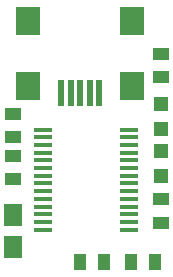
<source format=gbr>
G04 EAGLE Gerber RS-274X export*
G75*
%MOMM*%
%FSLAX34Y34*%
%LPD*%
%INSolderpaste Top*%
%IPPOS*%
%AMOC8*
5,1,8,0,0,1.08239X$1,22.5*%
G01*
%ADD10R,2.000000X2.400000*%
%ADD11R,0.500000X2.308000*%
%ADD12R,1.500000X0.400000*%
%ADD13R,1.500000X1.950000*%
%ADD14R,1.400000X1.100000*%
%ADD15R,1.200000X1.200000*%
%ADD16R,1.100000X1.400000*%


D10*
X130106Y222810D03*
D11*
X102106Y217170D03*
X94106Y217170D03*
X86106Y217170D03*
X78106Y217170D03*
X70106Y217170D03*
D10*
X130106Y277810D03*
X42106Y222810D03*
X42106Y277810D03*
D12*
X127436Y101260D03*
X127436Y107760D03*
X127436Y114260D03*
X127436Y120760D03*
X127436Y127260D03*
X127436Y133760D03*
X127436Y140260D03*
X127436Y146760D03*
X127436Y153260D03*
X127436Y159760D03*
X127436Y166260D03*
X127436Y172760D03*
X127436Y179260D03*
X127436Y185760D03*
X54936Y185760D03*
X54936Y179260D03*
X54936Y172760D03*
X54936Y166260D03*
X54936Y159760D03*
X54936Y153260D03*
X54936Y146760D03*
X54936Y140260D03*
X54936Y133760D03*
X54936Y127260D03*
X54936Y120760D03*
X54936Y114260D03*
X54936Y107760D03*
X54936Y101260D03*
D13*
X29210Y113826D03*
X29210Y86326D03*
D14*
X28956Y143670D03*
X28956Y163670D03*
X29464Y179230D03*
X29464Y199230D03*
D15*
X154686Y167980D03*
X154686Y146980D03*
X154686Y186350D03*
X154686Y207350D03*
D14*
X154686Y250030D03*
X154686Y230030D03*
X154686Y106840D03*
X154686Y126840D03*
D16*
X86266Y73660D03*
X106266Y73660D03*
X149446Y73660D03*
X129446Y73660D03*
M02*

</source>
